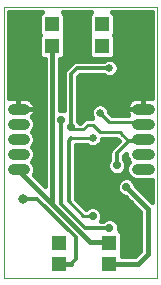
<source format=gbl>
G75*
G70*
%OFA0B0*%
%FSLAX24Y24*%
%IPPOS*%
%LPD*%
%AMOC8*
5,1,8,0,0,1.08239X$1,22.5*
%
%ADD10C,0.0000*%
%ADD11R,0.0515X0.0515*%
%ADD12C,0.0377*%
%ADD13C,0.0277*%
%ADD14C,0.0120*%
%ADD15C,0.0258*%
%ADD16C,0.0100*%
%ADD17C,0.0060*%
%ADD18C,0.0160*%
%ADD19C,0.0317*%
%ADD20C,0.0080*%
%ADD21C,0.0150*%
D10*
X000900Y000980D02*
X000900Y010035D01*
X006018Y010035D01*
X006018Y000980D01*
X000900Y000980D01*
D11*
X002753Y001459D03*
X002753Y002167D03*
X004406Y002167D03*
X004406Y001459D03*
X004165Y008729D03*
X004165Y009438D03*
X002512Y009438D03*
X002512Y008729D03*
D12*
X001569Y006620D02*
X001191Y006620D01*
X001191Y006120D02*
X001569Y006120D01*
X001569Y005620D02*
X001191Y005620D01*
X001191Y005120D02*
X001569Y005120D01*
X001569Y004620D02*
X001191Y004620D01*
X005351Y004620D02*
X005729Y004620D01*
X005729Y005120D02*
X005351Y005120D01*
X005351Y005620D02*
X005729Y005620D01*
X005729Y006120D02*
X005351Y006120D01*
X005351Y006620D02*
X005729Y006620D01*
D13*
X005540Y007540D03*
X004660Y004740D03*
X004980Y004020D03*
X004420Y002660D03*
X003860Y003060D03*
X003420Y005300D03*
X003140Y006020D03*
X002820Y006260D03*
X002180Y005540D03*
X003540Y006420D03*
D14*
X003140Y006020D02*
X003140Y007780D01*
X003340Y007980D01*
X004420Y007980D01*
X005460Y006180D02*
X005530Y006110D01*
X005540Y006100D01*
X005540Y005620D02*
X005460Y005540D01*
X005060Y005540D01*
X004660Y005140D01*
X004660Y004740D01*
X004420Y002660D02*
X003620Y002660D01*
X002820Y003460D01*
X002820Y006260D01*
X003140Y005660D02*
X003060Y005540D01*
X003060Y003540D01*
X002020Y003620D02*
X003300Y002340D01*
X003300Y001620D01*
X003139Y001459D01*
X002020Y003620D02*
X001540Y003620D01*
D15*
X003860Y005660D03*
X004100Y006500D03*
X004420Y007980D03*
D16*
X004100Y006500D02*
X004420Y006180D01*
X005480Y006180D01*
X005540Y006120D01*
X005060Y005540D02*
X004820Y005780D01*
X004820Y005860D01*
X004100Y005860D01*
X003860Y006100D01*
X003700Y006100D01*
X003540Y005940D01*
X003220Y005940D01*
X003140Y006020D01*
X003140Y005660D02*
X003860Y005660D01*
X003060Y003540D02*
X003540Y003060D01*
X003860Y003060D01*
X001300Y007940D02*
X001380Y008020D01*
X001380Y008740D01*
X001380Y008900D01*
X003060Y008740D02*
X003220Y008580D01*
D17*
X005540Y006120D02*
X005530Y006110D01*
D18*
X005540Y006620D02*
X004983Y006620D01*
X004983Y006584D01*
X004997Y006512D01*
X005025Y006445D01*
X005048Y006410D01*
X004515Y006410D01*
X004409Y006516D01*
X004409Y006561D01*
X004362Y006675D01*
X004275Y006762D01*
X004161Y006809D01*
X004039Y006809D01*
X003925Y006762D01*
X003838Y006675D01*
X003791Y006561D01*
X003791Y006439D01*
X003836Y006330D01*
X003605Y006330D01*
X003445Y006170D01*
X003423Y006170D01*
X003410Y006201D01*
X003380Y006231D01*
X003380Y007681D01*
X003439Y007740D01*
X004223Y007740D01*
X004245Y007718D01*
X004359Y007671D01*
X004481Y007671D01*
X004595Y007718D01*
X004682Y007805D01*
X004729Y007919D01*
X004729Y008041D01*
X004682Y008155D01*
X004595Y008242D01*
X004481Y008289D01*
X004359Y008289D01*
X004245Y008242D01*
X004223Y008220D01*
X003292Y008220D01*
X003204Y008183D01*
X003137Y008116D01*
X002937Y007916D01*
X002900Y007828D01*
X002900Y006572D01*
X002883Y006579D01*
X002767Y006579D01*
X002767Y008292D01*
X002844Y008292D01*
X002949Y008397D01*
X002949Y009061D01*
X002927Y009083D01*
X002949Y009106D01*
X002949Y009770D01*
X002864Y009855D01*
X003813Y009855D01*
X003728Y009770D01*
X003728Y009106D01*
X003750Y009083D01*
X003728Y009061D01*
X003728Y008397D01*
X003833Y008292D01*
X004497Y008292D01*
X004603Y008397D01*
X004603Y009061D01*
X004580Y009083D01*
X004603Y009106D01*
X004603Y009770D01*
X004517Y009855D01*
X005838Y009855D01*
X005838Y006974D01*
X005836Y006974D01*
X005765Y006989D01*
X005540Y006989D01*
X005315Y006989D01*
X005244Y006974D01*
X005177Y006947D01*
X005116Y006906D01*
X005065Y006855D01*
X005025Y006795D01*
X004997Y006728D01*
X004983Y006656D01*
X004983Y006620D01*
X005540Y006620D01*
X005540Y006620D01*
X005540Y006989D01*
X005540Y006620D01*
X005540Y006620D01*
X005540Y006686D02*
X005540Y006686D01*
X005540Y006845D02*
X005540Y006845D01*
X005838Y007003D02*
X003380Y007003D01*
X003380Y007162D02*
X005838Y007162D01*
X005838Y007320D02*
X003380Y007320D01*
X003380Y007479D02*
X005838Y007479D01*
X005838Y007637D02*
X003380Y007637D01*
X003133Y008113D02*
X002767Y008113D01*
X002767Y008271D02*
X004315Y008271D01*
X004525Y008271D02*
X005838Y008271D01*
X005838Y008113D02*
X004699Y008113D01*
X004729Y007954D02*
X005838Y007954D01*
X005838Y007796D02*
X004672Y007796D01*
X004603Y008430D02*
X005838Y008430D01*
X005838Y008588D02*
X004603Y008588D01*
X004603Y008747D02*
X005838Y008747D01*
X005838Y008905D02*
X004603Y008905D01*
X004600Y009064D02*
X005838Y009064D01*
X005838Y009222D02*
X004603Y009222D01*
X004603Y009381D02*
X005838Y009381D01*
X005838Y009539D02*
X004603Y009539D01*
X004603Y009698D02*
X005838Y009698D01*
X005058Y006845D02*
X003380Y006845D01*
X003380Y006686D02*
X003849Y006686D01*
X003791Y006528D02*
X003380Y006528D01*
X003380Y006369D02*
X003820Y006369D01*
X003485Y006211D02*
X003400Y006211D01*
X002900Y006686D02*
X002767Y006686D01*
X002767Y006845D02*
X002900Y006845D01*
X002900Y007003D02*
X002767Y007003D01*
X002767Y007162D02*
X002900Y007162D01*
X002900Y007320D02*
X002767Y007320D01*
X002767Y007479D02*
X002900Y007479D01*
X002900Y007637D02*
X002767Y007637D01*
X002767Y007796D02*
X002900Y007796D01*
X002975Y007954D02*
X002767Y007954D01*
X003137Y008116D02*
X003137Y008116D01*
X002949Y008430D02*
X003728Y008430D01*
X003728Y008588D02*
X002949Y008588D01*
X002949Y008747D02*
X003728Y008747D01*
X003728Y008905D02*
X002949Y008905D01*
X002947Y009064D02*
X003730Y009064D01*
X003728Y009222D02*
X002949Y009222D01*
X002949Y009381D02*
X003728Y009381D01*
X003728Y009539D02*
X002949Y009539D01*
X002949Y009698D02*
X003728Y009698D01*
X002257Y008292D02*
X002257Y004064D01*
X001889Y004431D01*
X001937Y004547D01*
X001937Y004693D01*
X001881Y004829D01*
X001840Y004870D01*
X001881Y004911D01*
X001937Y005047D01*
X001937Y005193D01*
X001881Y005329D01*
X001840Y005370D01*
X001881Y005411D01*
X001937Y005547D01*
X001937Y005693D01*
X001881Y005829D01*
X001840Y005870D01*
X001881Y005911D01*
X001937Y006047D01*
X001937Y006193D01*
X001881Y006329D01*
X001840Y006370D01*
X001855Y006385D01*
X001895Y006445D01*
X001923Y006512D01*
X001937Y006584D01*
X001937Y006620D01*
X001937Y006656D01*
X001923Y006728D01*
X001895Y006795D01*
X001855Y006855D01*
X001804Y006906D01*
X001743Y006947D01*
X001676Y006974D01*
X001605Y006989D01*
X001380Y006989D01*
X001155Y006989D01*
X001084Y006974D01*
X001080Y006973D01*
X001080Y009855D01*
X002159Y009855D01*
X002074Y009770D01*
X002074Y009106D01*
X002096Y009083D01*
X002074Y009061D01*
X002074Y008397D01*
X002180Y008292D01*
X002257Y008292D01*
X002257Y008271D02*
X001080Y008271D01*
X001080Y008113D02*
X002257Y008113D01*
X002257Y007954D02*
X001080Y007954D01*
X001080Y007796D02*
X002257Y007796D01*
X002257Y007637D02*
X001080Y007637D01*
X001080Y007479D02*
X002257Y007479D01*
X002257Y007320D02*
X001080Y007320D01*
X001080Y007162D02*
X002257Y007162D01*
X002257Y007003D02*
X001080Y007003D01*
X001380Y006989D02*
X001380Y006620D01*
X001380Y006620D01*
X001380Y006989D01*
X001380Y006845D02*
X001380Y006845D01*
X001380Y006686D02*
X001380Y006686D01*
X001380Y006620D02*
X001937Y006620D01*
X001380Y006620D01*
X001380Y006620D01*
X001841Y006369D02*
X002257Y006369D01*
X002257Y006528D02*
X001926Y006528D01*
X001931Y006686D02*
X002257Y006686D01*
X002257Y006845D02*
X001862Y006845D01*
X001930Y006211D02*
X002257Y006211D01*
X002257Y006052D02*
X001937Y006052D01*
X001863Y005894D02*
X002257Y005894D01*
X002257Y005735D02*
X001920Y005735D01*
X001937Y005577D02*
X002257Y005577D01*
X002257Y005418D02*
X001884Y005418D01*
X001910Y005260D02*
X002257Y005260D01*
X002257Y005101D02*
X001937Y005101D01*
X001894Y004943D02*
X002257Y004943D01*
X002257Y004784D02*
X001900Y004784D01*
X001937Y004626D02*
X002257Y004626D01*
X002257Y004467D02*
X001904Y004467D01*
X002012Y004309D02*
X002257Y004309D01*
X002257Y004150D02*
X002171Y004150D01*
X003300Y004150D02*
X004689Y004150D01*
X004710Y004201D02*
X004661Y004083D01*
X004661Y003957D01*
X004710Y003839D01*
X004799Y003750D01*
X004917Y003701D01*
X004938Y003701D01*
X005445Y003194D01*
X005445Y001886D01*
X005273Y001714D01*
X004844Y001714D01*
X004844Y001791D01*
X004822Y001813D01*
X004844Y001835D01*
X004844Y002499D01*
X004739Y002604D01*
X004739Y002723D01*
X004690Y002841D01*
X004601Y002930D01*
X004483Y002979D01*
X004357Y002979D01*
X004239Y002930D01*
X004209Y002900D01*
X004139Y002900D01*
X004179Y002997D01*
X004179Y003123D01*
X004130Y003241D01*
X004041Y003330D01*
X003923Y003379D01*
X003797Y003379D01*
X003679Y003330D01*
X003639Y003290D01*
X003635Y003290D01*
X003300Y003625D01*
X003300Y005430D01*
X003653Y005430D01*
X003685Y005398D01*
X003799Y005351D01*
X003921Y005351D01*
X004035Y005398D01*
X004122Y005485D01*
X004169Y005599D01*
X004169Y005630D01*
X004645Y005630D01*
X004728Y005547D01*
X004457Y005276D01*
X004420Y005188D01*
X004420Y004951D01*
X004390Y004921D01*
X004341Y004803D01*
X004341Y004677D01*
X004390Y004559D01*
X004479Y004470D01*
X004597Y004421D01*
X004723Y004421D01*
X004841Y004470D01*
X004930Y004559D01*
X004979Y004677D01*
X004979Y004803D01*
X004930Y004921D01*
X004900Y004951D01*
X004900Y005041D01*
X004983Y005123D01*
X004983Y005047D01*
X005039Y004911D01*
X005080Y004870D01*
X005039Y004829D01*
X004983Y004693D01*
X004983Y004547D01*
X005039Y004411D01*
X005143Y004308D01*
X005278Y004251D01*
X005802Y004251D01*
X005838Y004266D01*
X005838Y003523D01*
X005299Y004062D01*
X005299Y004083D01*
X005250Y004201D01*
X005161Y004290D01*
X005043Y004339D01*
X004917Y004339D01*
X004799Y004290D01*
X004710Y004201D01*
X004844Y004309D02*
X003300Y004309D01*
X003300Y004467D02*
X004486Y004467D01*
X004362Y004626D02*
X003300Y004626D01*
X003300Y004784D02*
X004341Y004784D01*
X004412Y004943D02*
X003300Y004943D01*
X003300Y005101D02*
X004420Y005101D01*
X004450Y005260D02*
X003300Y005260D01*
X003300Y005418D02*
X003665Y005418D01*
X004055Y005418D02*
X004599Y005418D01*
X004698Y005577D02*
X004160Y005577D01*
X004409Y006528D02*
X004994Y006528D01*
X004989Y006686D02*
X004351Y006686D01*
X004960Y005101D02*
X004983Y005101D01*
X005026Y004943D02*
X004908Y004943D01*
X004979Y004784D02*
X005020Y004784D01*
X004983Y004626D02*
X004958Y004626D01*
X005016Y004467D02*
X004834Y004467D01*
X005116Y004309D02*
X005142Y004309D01*
X005271Y004150D02*
X005838Y004150D01*
X005838Y003992D02*
X005369Y003992D01*
X005528Y003833D02*
X005838Y003833D01*
X005838Y003675D02*
X005686Y003675D01*
X005440Y003199D02*
X004147Y003199D01*
X004179Y003041D02*
X005445Y003041D01*
X005445Y002882D02*
X004649Y002882D01*
X004739Y002724D02*
X005445Y002724D01*
X005445Y002565D02*
X004778Y002565D01*
X004844Y002407D02*
X005445Y002407D01*
X005445Y002248D02*
X004844Y002248D01*
X004844Y002090D02*
X005445Y002090D01*
X005445Y001931D02*
X004844Y001931D01*
X004844Y001773D02*
X005332Y001773D01*
X005282Y003358D02*
X003975Y003358D01*
X003745Y003358D02*
X003568Y003358D01*
X003409Y003516D02*
X005123Y003516D01*
X004965Y003675D02*
X003300Y003675D01*
X003300Y003833D02*
X004716Y003833D01*
X004661Y003992D02*
X003300Y003992D01*
X002074Y008430D02*
X001080Y008430D01*
X001080Y008588D02*
X002074Y008588D01*
X002074Y008747D02*
X001080Y008747D01*
X001080Y008905D02*
X002074Y008905D01*
X002077Y009064D02*
X001080Y009064D01*
X001080Y009222D02*
X002074Y009222D01*
X002074Y009381D02*
X001080Y009381D01*
X001080Y009539D02*
X002074Y009539D01*
X002074Y009698D02*
X001080Y009698D01*
D19*
X001380Y008740D03*
X003060Y008740D03*
X003820Y003860D03*
X001540Y003620D03*
D20*
X003780Y003860D02*
X004100Y003540D01*
X003820Y003860D02*
X003780Y003860D01*
D21*
X002500Y003460D02*
X003780Y002180D01*
X004400Y002180D01*
X004406Y002167D01*
X004400Y002180D02*
X004420Y002180D01*
X004406Y001459D02*
X005379Y001459D01*
X005700Y001780D01*
X005700Y003300D01*
X004980Y004020D01*
X003139Y001459D02*
X002753Y001459D01*
X002500Y003460D02*
X002512Y003472D01*
X002512Y008729D01*
X001380Y004620D02*
X001380Y004580D01*
X002500Y003460D01*
M02*

</source>
